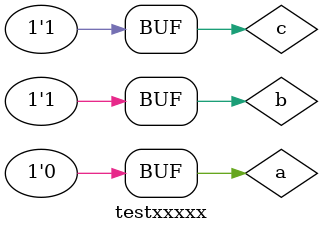
<source format=v>
module qs(a, b, c, d, t);
input a, b, c;
output d, t;

xor #5 xr (t, a, b);
xnor #5 xnr (d, t, c);
endmodule

module testxxxxx;
reg a, b, c;
wire d, t;
qs qq(a, b, c, d, t);

initial
begin
a=1'b0; b=1'b0; c=1'b1;
#20 a=1'b1; c=1'b0;
#20 b=1'b1; c=1'b1;
#20 a=1'b0;
end
endmodule

</source>
